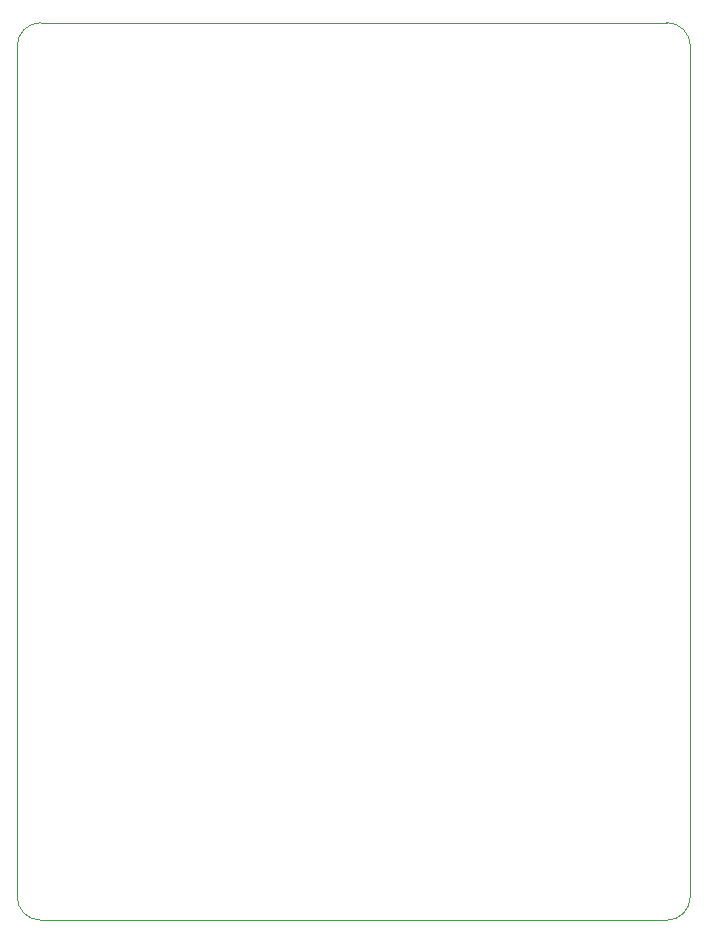
<source format=gbr>
G04 #@! TF.GenerationSoftware,KiCad,Pcbnew,9.0.0*
G04 #@! TF.CreationDate,2025-04-17T23:52:23+01:00*
G04 #@! TF.ProjectId,SNES_CONTROLLER,534e4553-5f43-44f4-9e54-524f4c4c4552,rev?*
G04 #@! TF.SameCoordinates,Original*
G04 #@! TF.FileFunction,Profile,NP*
%FSLAX46Y46*%
G04 Gerber Fmt 4.6, Leading zero omitted, Abs format (unit mm)*
G04 Created by KiCad (PCBNEW 9.0.0) date 2025-04-17 23:52:23*
%MOMM*%
%LPD*%
G01*
G04 APERTURE LIST*
G04 #@! TA.AperFunction,Profile*
%ADD10C,0.050000*%
G04 #@! TD*
G04 APERTURE END LIST*
D10*
X100000000Y-58500000D02*
X153000000Y-58500000D01*
X98000000Y-132500000D02*
X98000000Y-60500000D01*
X155000000Y-60500000D02*
X155000000Y-132500000D01*
X98000000Y-60500000D02*
G75*
G02*
X100000000Y-58500000I2000000J0D01*
G01*
X100000000Y-134500000D02*
G75*
G02*
X98000000Y-132500000I0J2000000D01*
G01*
X153000000Y-58500000D02*
G75*
G02*
X155000000Y-60500000I0J-2000000D01*
G01*
X153000000Y-134500000D02*
X100000000Y-134500000D01*
X155000000Y-132500000D02*
G75*
G02*
X153000000Y-134500000I-2000000J0D01*
G01*
M02*

</source>
